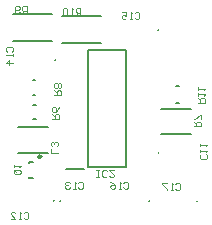
<source format=gbr>
G04*
G04 #@! TF.GenerationSoftware,Altium Limited,Altium Designer,23.3.1 (30)*
G04*
G04 Layer_Color=32896*
%FSLAX25Y25*%
%MOIN*%
G70*
G04*
G04 #@! TF.SameCoordinates,9E9A1B20-5B00-4279-B210-449FD35A5861*
G04*
G04*
G04 #@! TF.FilePolarity,Positive*
G04*
G01*
G75*
%ADD10C,0.00787*%
%ADD11C,0.00394*%
%ADD13C,0.00984*%
D10*
X192257Y166529D02*
G03*
X192257Y166529I-197J0D01*
G01*
X194468Y166569D02*
G03*
X194468Y166569I-197J0D01*
G01*
X224077Y166464D02*
G03*
X224077Y166464I-197J0D01*
G01*
X239994Y166399D02*
G03*
X239994Y166399I-197J0D01*
G01*
X227206Y182470D02*
G03*
X227206Y182470I-197J0D01*
G01*
X227044Y223498D02*
G03*
X227044Y223498I-197J0D01*
G01*
X192748Y213446D02*
G03*
X192748Y213446I-197J0D01*
G01*
X183884Y179114D02*
Y179311D01*
Y174193D02*
Y174390D01*
Y174193D02*
X185175D01*
X183884Y179311D02*
X185175D01*
X227994Y197185D02*
X237861D01*
X227994Y188720D02*
X237861D01*
X203706Y177889D02*
X216305D01*
Y216866D01*
X203706D02*
X216305D01*
X203706Y177889D02*
Y216866D01*
X196325Y177121D02*
X202328D01*
X185328Y198410D02*
X186116D01*
X185328Y193882D02*
X186116D01*
X180423Y182396D02*
X190290D01*
X180423Y191255D02*
X190290D01*
X194878Y219250D02*
X207894D01*
X194878Y228156D02*
X207894D01*
X232889Y199190D02*
X233873D01*
X232889Y204702D02*
X233873D01*
X178686Y219947D02*
X191703D01*
X178686Y228853D02*
X191703D01*
X185267Y206647D02*
X186055D01*
X185267Y201726D02*
X186055D01*
D11*
X240187Y199229D02*
X242549D01*
Y200409D01*
X242155Y200803D01*
X241368D01*
X240974Y200409D01*
Y199229D01*
Y200016D02*
X240187Y200803D01*
Y201590D02*
Y202377D01*
Y201984D01*
X242549D01*
X242155Y201590D01*
X240187Y203558D02*
Y204345D01*
Y203952D01*
X242549D01*
X242155Y203558D01*
X232767Y172089D02*
X233161Y172482D01*
X233948D01*
X234341Y172089D01*
Y170515D01*
X233948Y170121D01*
X233161D01*
X232767Y170515D01*
X231980Y170121D02*
X231193D01*
X231586D01*
Y172482D01*
X231980Y172089D01*
X230012Y172482D02*
X228438D01*
Y172089D01*
X230012Y170515D01*
Y170121D01*
X215403Y172560D02*
X215796Y172954D01*
X216584D01*
X216977Y172560D01*
Y170986D01*
X216584Y170592D01*
X215796D01*
X215403Y170986D01*
X214616Y170592D02*
X213829D01*
X214222D01*
Y172954D01*
X214616Y172560D01*
X211074Y172954D02*
X211861Y172560D01*
X212648Y171773D01*
Y170986D01*
X212254Y170592D01*
X211467D01*
X211074Y170986D01*
Y171380D01*
X211467Y171773D01*
X212648D01*
X201024Y228464D02*
Y230826D01*
X199843D01*
X199449Y230432D01*
Y229645D01*
X199843Y229251D01*
X201024D01*
X200236D02*
X199449Y228464D01*
X198662D02*
X197875D01*
X198268D01*
Y230826D01*
X198662Y230432D01*
X196694D02*
X196301Y230826D01*
X195513D01*
X195120Y230432D01*
Y228858D01*
X195513Y228464D01*
X196301D01*
X196694Y228858D01*
Y230432D01*
X183143Y229017D02*
Y231379D01*
X181962D01*
X181569Y230985D01*
Y230198D01*
X181962Y229805D01*
X183143D01*
X182356D02*
X181569Y229017D01*
X180781Y229411D02*
X180388Y229017D01*
X179601D01*
X179207Y229411D01*
Y230985D01*
X179601Y231379D01*
X180388D01*
X180781Y230985D01*
Y230592D01*
X180388Y230198D01*
X179207D01*
X192353Y201772D02*
X194715D01*
Y202953D01*
X194321Y203346D01*
X193534D01*
X193141Y202953D01*
Y201772D01*
Y202559D02*
X192353Y203346D01*
X194321Y204134D02*
X194715Y204527D01*
Y205314D01*
X194321Y205708D01*
X193928D01*
X193534Y205314D01*
X193141Y205708D01*
X192747D01*
X192353Y205314D01*
Y204527D01*
X192747Y204134D01*
X193141D01*
X193534Y204527D01*
X193928Y204134D01*
X194321D01*
X193534Y204527D02*
Y205314D01*
X238852Y191333D02*
X241213D01*
Y192514D01*
X240819Y192908D01*
X240032D01*
X239639Y192514D01*
Y191333D01*
Y192121D02*
X238852Y192908D01*
X241213Y193695D02*
Y195269D01*
X240819D01*
X239245Y193695D01*
X238852D01*
X191684Y193830D02*
X194046D01*
Y195011D01*
X193652Y195405D01*
X192865D01*
X192471Y195011D01*
Y193830D01*
Y194617D02*
X191684Y195405D01*
X194046Y197766D02*
X193652Y196979D01*
X192865Y196192D01*
X192078D01*
X191684Y196585D01*
Y197372D01*
X192078Y197766D01*
X192471D01*
X192865Y197372D01*
Y196192D01*
X179171Y176876D02*
X180745D01*
X181139Y176482D01*
Y175695D01*
X180745Y175301D01*
X179171D01*
X178777Y175695D01*
Y176482D01*
X179564Y176089D02*
X178777Y176876D01*
Y176482D02*
X179171Y176876D01*
X178777Y177663D02*
Y178450D01*
Y178056D01*
X181139D01*
X180745Y177663D01*
X193555Y182319D02*
X191193D01*
Y183893D01*
X193161Y184680D02*
X193555Y185074D01*
Y185861D01*
X193161Y186255D01*
X192768D01*
X192374Y185861D01*
Y185468D01*
Y185861D01*
X191981Y186255D01*
X191587D01*
X191193Y185861D01*
Y185074D01*
X191587Y184680D01*
X206438Y174442D02*
X207225D01*
X206832D01*
Y176804D01*
X206438D01*
X207225D01*
X209980Y174836D02*
X209587Y174442D01*
X208799D01*
X208406Y174836D01*
Y176410D01*
X208799Y176804D01*
X209587D01*
X209980Y176410D01*
X212341Y176804D02*
X210767D01*
X212341Y175230D01*
Y174836D01*
X211948Y174442D01*
X211161D01*
X210767Y174836D01*
X219131Y229009D02*
X219525Y229403D01*
X220312D01*
X220705Y229009D01*
Y227435D01*
X220312Y227041D01*
X219525D01*
X219131Y227435D01*
X218344Y227041D02*
X217557D01*
X217950D01*
Y229403D01*
X218344Y229009D01*
X214802Y229403D02*
X216376D01*
Y228222D01*
X215589Y228616D01*
X215195D01*
X214802Y228222D01*
Y227435D01*
X215195Y227041D01*
X215982D01*
X216376Y227435D01*
X176551Y216272D02*
X176157Y216666D01*
Y217453D01*
X176551Y217846D01*
X178125D01*
X178519Y217453D01*
Y216666D01*
X178125Y216272D01*
X178519Y215485D02*
Y214698D01*
Y215091D01*
X176157D01*
X176551Y215485D01*
X178519Y212336D02*
X176157D01*
X177338Y213517D01*
Y211943D01*
X200317Y172560D02*
X200711Y172954D01*
X201498D01*
X201892Y172560D01*
Y170986D01*
X201498Y170592D01*
X200711D01*
X200317Y170986D01*
X199530Y170592D02*
X198743D01*
X199137D01*
Y172954D01*
X199530Y172560D01*
X197562D02*
X197169Y172954D01*
X196382D01*
X195988Y172560D01*
Y172167D01*
X196382Y171773D01*
X196775D01*
X196382D01*
X195988Y171380D01*
Y170986D01*
X196382Y170592D01*
X197169D01*
X197562Y170986D01*
X182151Y162408D02*
X182545Y162802D01*
X183332D01*
X183725Y162408D01*
Y160834D01*
X183332Y160440D01*
X182545D01*
X182151Y160834D01*
X181364Y160440D02*
X180577D01*
X180970D01*
Y162802D01*
X181364Y162408D01*
X177822Y160440D02*
X179396D01*
X177822Y162014D01*
Y162408D01*
X178215Y162802D01*
X179002D01*
X179396Y162408D01*
X242784Y182025D02*
X243177Y181631D01*
Y180844D01*
X242784Y180450D01*
X241209D01*
X240816Y180844D01*
Y181631D01*
X241209Y182025D01*
X240816Y182812D02*
Y183599D01*
Y183205D01*
X243177D01*
X242784Y182812D01*
X240816Y184780D02*
Y185567D01*
Y185173D01*
X243177D01*
X242784Y184780D01*
D13*
X188018Y181280D02*
G03*
X188018Y181280I-492J0D01*
G01*
M02*

</source>
